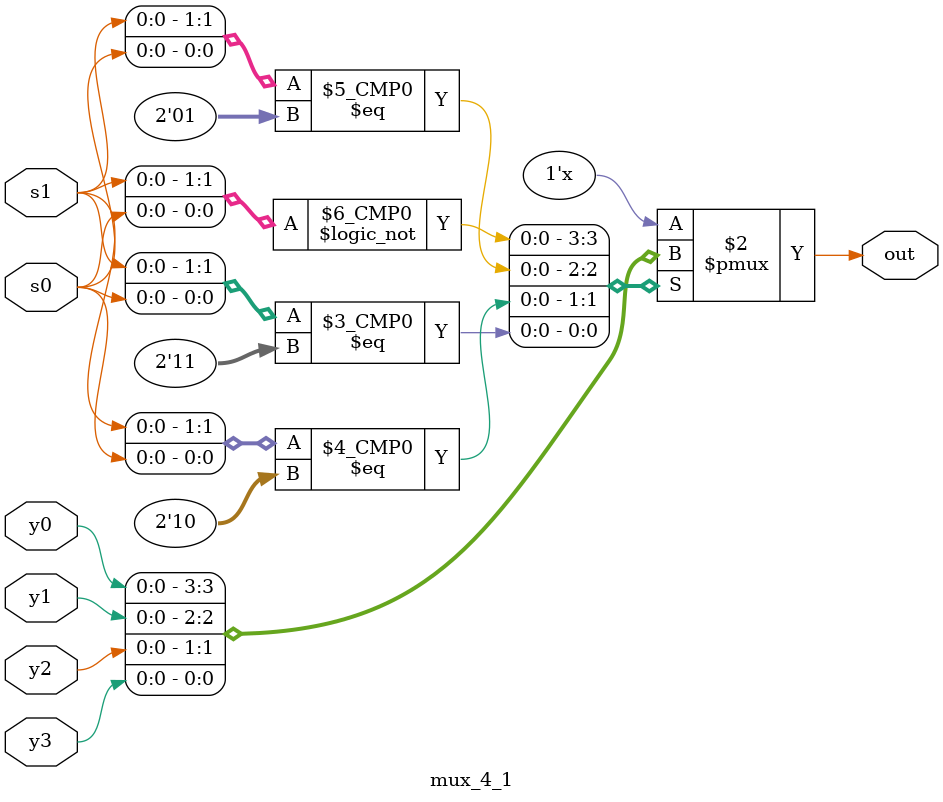
<source format=v>
module mux_4_1( input y0,y1,y2,y3, input s0,s1, output reg out );
    always@(*)
    begin
        case({s1,s0})
            2'b00: out = y0;
            2'b01: out = y1;
            2'b10: out = y2;
            2'b11: out = y3;
            default: out = 1'b0;
        endcase
    end
endmodule

</source>
